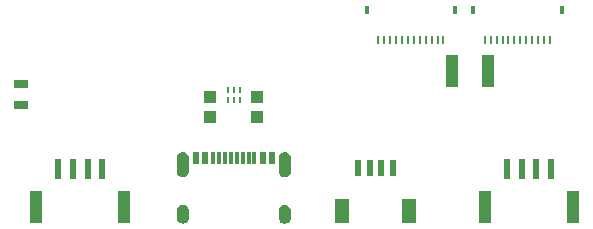
<source format=gtp>
G04 EAGLE Gerber RS-274X export*
G75*
%MOMM*%
%FSLAX34Y34*%
%LPD*%
%INSolderpaste Top*%
%IPPOS*%
%AMOC8*
5,1,8,0,0,1.08239X$1,22.5*%
G01*
%ADD10R,1.200000X2.000000*%
%ADD11R,0.600000X1.350000*%
%ADD12R,1.000000X1.100000*%
%ADD13R,0.300000X1.000000*%
%ADD14R,0.600000X1.000000*%
%ADD15R,0.250000X0.610000*%
%ADD16R,0.250000X0.560000*%
%ADD17R,0.600000X1.700000*%
%ADD18R,1.000000X2.700000*%
%ADD19R,1.200000X0.800000*%
%ADD20R,1.000000X2.800000*%
%ADD21R,0.400000X0.800000*%
%ADD22R,0.250000X0.650000*%

G36*
X253000Y40451D02*
X253000Y40451D01*
X253001Y40451D01*
X254069Y40470D01*
X254076Y40475D01*
X254080Y40471D01*
X255117Y40727D01*
X255122Y40734D01*
X255128Y40731D01*
X256082Y41212D01*
X256086Y41219D01*
X256091Y41218D01*
X256915Y41899D01*
X256916Y41907D01*
X256922Y41907D01*
X257573Y42754D01*
X257573Y42762D01*
X257579Y42763D01*
X258026Y43734D01*
X258024Y43742D01*
X258029Y43744D01*
X258248Y44790D01*
X258245Y44797D01*
X258249Y44800D01*
X258249Y56800D01*
X258246Y56805D01*
X258249Y56808D01*
X258069Y57903D01*
X258063Y57909D01*
X258066Y57914D01*
X257647Y58942D01*
X257640Y58946D01*
X257642Y58951D01*
X257005Y59860D01*
X256997Y59863D01*
X256997Y59868D01*
X256174Y60612D01*
X256166Y60613D01*
X256165Y60619D01*
X255197Y61161D01*
X255188Y61160D01*
X255186Y61166D01*
X254122Y61479D01*
X254117Y61477D01*
X254113Y61477D01*
X254111Y61481D01*
X253003Y61549D01*
X252997Y61545D01*
X252993Y61549D01*
X251885Y61379D01*
X251879Y61373D01*
X251874Y61376D01*
X250832Y60964D01*
X250828Y60957D01*
X250823Y60959D01*
X249898Y60325D01*
X249896Y60317D01*
X249890Y60318D01*
X249130Y59495D01*
X249129Y59486D01*
X249123Y59486D01*
X248566Y58514D01*
X248567Y58506D01*
X248561Y58504D01*
X248234Y57432D01*
X248237Y57424D01*
X248232Y57421D01*
X248151Y56304D01*
X248152Y56301D01*
X248151Y56300D01*
X248151Y44300D01*
X248156Y44293D01*
X248152Y44289D01*
X248371Y43345D01*
X248377Y43339D01*
X248375Y43334D01*
X248799Y42462D01*
X248806Y42459D01*
X248804Y42453D01*
X249411Y41697D01*
X249419Y41695D01*
X249419Y41689D01*
X250179Y41088D01*
X250188Y41088D01*
X250189Y41082D01*
X251064Y40664D01*
X251072Y40666D01*
X251074Y40661D01*
X252020Y40449D01*
X252027Y40452D01*
X252031Y40447D01*
X253000Y40451D01*
G37*
G36*
X167581Y40460D02*
X167581Y40460D01*
X167588Y40465D01*
X167592Y40461D01*
X168644Y40711D01*
X168649Y40717D01*
X168654Y40714D01*
X169624Y41191D01*
X169627Y41199D01*
X169633Y41197D01*
X170472Y41878D01*
X170474Y41886D01*
X170480Y41886D01*
X171146Y42737D01*
X171147Y42745D01*
X171152Y42746D01*
X171613Y43723D01*
X171611Y43731D01*
X171617Y43734D01*
X171848Y44789D01*
X171845Y44797D01*
X171849Y44800D01*
X171849Y56800D01*
X171845Y56805D01*
X171849Y56808D01*
X171656Y57914D01*
X171650Y57919D01*
X171653Y57924D01*
X171220Y58959D01*
X171213Y58963D01*
X171215Y58968D01*
X170562Y59881D01*
X170554Y59883D01*
X170555Y59889D01*
X169716Y60633D01*
X169707Y60634D01*
X169707Y60639D01*
X168723Y61178D01*
X168715Y61177D01*
X168713Y61182D01*
X167634Y61489D01*
X167626Y61486D01*
X167623Y61491D01*
X166503Y61549D01*
X166498Y61546D01*
X166495Y61549D01*
X165449Y61431D01*
X165443Y61425D01*
X165438Y61429D01*
X164444Y61081D01*
X164440Y61074D01*
X164435Y61076D01*
X163543Y60516D01*
X163541Y60509D01*
X163535Y60509D01*
X162791Y59765D01*
X162789Y59757D01*
X162784Y59757D01*
X162224Y58865D01*
X162224Y58857D01*
X162219Y58856D01*
X161871Y57862D01*
X161874Y57854D01*
X161869Y57851D01*
X161751Y56806D01*
X161753Y56802D01*
X161751Y56800D01*
X161751Y44800D01*
X161754Y44795D01*
X161751Y44792D01*
X161909Y43796D01*
X161915Y43790D01*
X161912Y43785D01*
X162287Y42849D01*
X162294Y42845D01*
X162292Y42839D01*
X162866Y42010D01*
X162874Y42007D01*
X162873Y42002D01*
X163617Y41321D01*
X163626Y41320D01*
X163626Y41314D01*
X164503Y40816D01*
X164512Y40817D01*
X164514Y40812D01*
X165479Y40521D01*
X165487Y40524D01*
X165490Y40519D01*
X166497Y40451D01*
X166499Y40452D01*
X166500Y40451D01*
X167581Y40460D01*
G37*
G36*
X253504Y955D02*
X253504Y955D01*
X253507Y951D01*
X254583Y1106D01*
X254588Y1112D01*
X254593Y1109D01*
X255607Y1499D01*
X255611Y1506D01*
X255617Y1505D01*
X256519Y2111D01*
X256521Y2119D01*
X256527Y2118D01*
X257271Y2910D01*
X257272Y2918D01*
X257278Y2918D01*
X257827Y3856D01*
X257826Y3864D01*
X257832Y3866D01*
X258159Y4902D01*
X258156Y4910D01*
X258161Y4913D01*
X258249Y5996D01*
X258247Y5999D01*
X258249Y6000D01*
X258249Y12000D01*
X258246Y12004D01*
X258249Y12006D01*
X258099Y13139D01*
X258093Y13145D01*
X258096Y13150D01*
X257698Y14220D01*
X257691Y14224D01*
X257693Y14230D01*
X257066Y15185D01*
X257058Y15188D01*
X257059Y15193D01*
X256236Y15985D01*
X256228Y15986D01*
X256227Y15992D01*
X255248Y16581D01*
X255240Y16580D01*
X255238Y16585D01*
X254153Y16941D01*
X254145Y16939D01*
X254142Y16943D01*
X253005Y17049D01*
X252996Y17044D01*
X252991Y17048D01*
X251854Y16841D01*
X251848Y16835D01*
X251843Y16838D01*
X250781Y16383D01*
X250777Y16376D01*
X250771Y16378D01*
X249836Y15698D01*
X249834Y15690D01*
X249828Y15691D01*
X249068Y14820D01*
X249068Y14812D01*
X249062Y14811D01*
X248515Y13792D01*
X248516Y13784D01*
X248511Y13782D01*
X248507Y13769D01*
X248494Y13720D01*
X248493Y13720D01*
X248494Y13720D01*
X248480Y13671D01*
X248466Y13621D01*
X248453Y13572D01*
X248439Y13523D01*
X248426Y13474D01*
X248412Y13424D01*
X248399Y13375D01*
X248385Y13326D01*
X248371Y13277D01*
X248358Y13227D01*
X248344Y13178D01*
X248331Y13129D01*
X248317Y13080D01*
X248304Y13030D01*
X248290Y12981D01*
X248277Y12932D01*
X248276Y12932D01*
X248263Y12883D01*
X248249Y12833D01*
X248204Y12668D01*
X248207Y12660D01*
X248202Y12657D01*
X248151Y11502D01*
X248152Y11501D01*
X248151Y11500D01*
X248151Y5500D01*
X248155Y5494D01*
X248152Y5491D01*
X248364Y4410D01*
X248370Y4405D01*
X248367Y4400D01*
X248814Y3394D01*
X248821Y3390D01*
X248819Y3384D01*
X249479Y2503D01*
X249487Y2500D01*
X249487Y2495D01*
X250326Y1782D01*
X250334Y1782D01*
X250335Y1776D01*
X251312Y1268D01*
X251320Y1269D01*
X251322Y1264D01*
X252387Y986D01*
X252395Y989D01*
X252398Y985D01*
X253499Y951D01*
X253504Y955D01*
G37*
G36*
X167002Y955D02*
X167002Y955D01*
X167007Y951D01*
X168094Y1096D01*
X168100Y1102D01*
X168105Y1099D01*
X169133Y1483D01*
X169138Y1489D01*
X169143Y1488D01*
X170060Y2090D01*
X170063Y2098D01*
X170069Y2097D01*
X170829Y2889D01*
X170830Y2897D01*
X170836Y2898D01*
X171400Y3839D01*
X171400Y3842D01*
X171401Y3843D01*
X171400Y3845D01*
X171399Y3847D01*
X171405Y3849D01*
X171746Y4892D01*
X171744Y4900D01*
X171748Y4903D01*
X171849Y5996D01*
X171847Y5998D01*
X171849Y6000D01*
X171849Y12000D01*
X171847Y12003D01*
X171849Y12005D01*
X171748Y13097D01*
X171743Y13103D01*
X171746Y13108D01*
X171405Y14151D01*
X171398Y14156D01*
X171400Y14161D01*
X170836Y15102D01*
X170828Y15105D01*
X170829Y15111D01*
X170069Y15903D01*
X170061Y15904D01*
X170060Y15910D01*
X169143Y16513D01*
X169135Y16512D01*
X169133Y16518D01*
X168105Y16901D01*
X168097Y16899D01*
X168094Y16904D01*
X167007Y17049D01*
X166999Y17045D01*
X166995Y17049D01*
X165858Y16943D01*
X165852Y16938D01*
X165847Y16941D01*
X164762Y16585D01*
X164757Y16578D01*
X164752Y16581D01*
X163773Y15992D01*
X163770Y15984D01*
X163764Y15985D01*
X162941Y15193D01*
X162940Y15185D01*
X162934Y15185D01*
X162307Y14230D01*
X162308Y14222D01*
X162302Y14220D01*
X161904Y13150D01*
X161906Y13142D01*
X161901Y13139D01*
X161751Y12006D01*
X161754Y12002D01*
X161751Y12000D01*
X161751Y6000D01*
X161754Y5996D01*
X161751Y5994D01*
X161901Y4861D01*
X161907Y4855D01*
X161904Y4850D01*
X162302Y3780D01*
X162309Y3776D01*
X162307Y3770D01*
X162934Y2815D01*
X162942Y2812D01*
X162941Y2807D01*
X163764Y2015D01*
X163772Y2014D01*
X163773Y2008D01*
X164752Y1419D01*
X164760Y1420D01*
X164762Y1415D01*
X165847Y1059D01*
X165855Y1062D01*
X165858Y1057D01*
X166995Y951D01*
X167002Y955D01*
G37*
D10*
X302000Y11250D03*
X358000Y11250D03*
D11*
X315000Y48000D03*
X325000Y48000D03*
X335000Y48000D03*
X345000Y48000D03*
D12*
X230000Y108500D03*
X230000Y91500D03*
X190000Y108500D03*
X190000Y91500D03*
D13*
X217500Y56600D03*
X212500Y56600D03*
D14*
X242250Y56600D03*
X234500Y56600D03*
D13*
X227500Y56600D03*
X222500Y56600D03*
X202500Y56600D03*
X207500Y56600D03*
D14*
X177750Y56600D03*
X185500Y56600D03*
D13*
X192500Y56600D03*
X197500Y56600D03*
D15*
X205000Y105950D03*
D16*
X210000Y105700D03*
X215000Y105700D03*
X215000Y114300D03*
X210000Y114300D03*
X205000Y114300D03*
D17*
X61250Y47000D03*
D18*
X117250Y15000D03*
X42750Y15000D03*
D17*
X73750Y47000D03*
X86250Y47000D03*
X98750Y47000D03*
X441250Y47000D03*
D18*
X497250Y15000D03*
X422750Y15000D03*
D17*
X453750Y47000D03*
X466250Y47000D03*
X478750Y47000D03*
D19*
X30000Y101000D03*
X30000Y119000D03*
D20*
X395000Y130000D03*
X425000Y130000D03*
D21*
X487500Y181500D03*
D22*
X477500Y156500D03*
X472500Y156500D03*
D21*
X412500Y181500D03*
D22*
X467500Y156500D03*
X462500Y156500D03*
X457500Y156500D03*
X452500Y156500D03*
X447500Y156500D03*
X442500Y156500D03*
X437500Y156500D03*
X432500Y156500D03*
X427500Y156500D03*
X422500Y156500D03*
D21*
X397500Y181500D03*
D22*
X387500Y156500D03*
X382500Y156500D03*
D21*
X322500Y181500D03*
D22*
X377500Y156500D03*
X372500Y156500D03*
X367500Y156500D03*
X362500Y156500D03*
X357500Y156500D03*
X352500Y156500D03*
X347500Y156500D03*
X342500Y156500D03*
X337500Y156500D03*
X332500Y156500D03*
M02*

</source>
